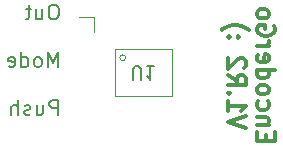
<source format=gbr>
%TF.GenerationSoftware,KiCad,Pcbnew,7.0.2*%
%TF.CreationDate,2023-10-18T18:01:29-04:00*%
%TF.ProjectId,encoder_go_v1_rev2,656e636f-6465-4725-9f67-6f5f76315f72,rev?*%
%TF.SameCoordinates,Original*%
%TF.FileFunction,Legend,Bot*%
%TF.FilePolarity,Positive*%
%FSLAX46Y46*%
G04 Gerber Fmt 4.6, Leading zero omitted, Abs format (unit mm)*
G04 Created by KiCad (PCBNEW 7.0.2) date 2023-10-18 18:01:29*
%MOMM*%
%LPD*%
G01*
G04 APERTURE LIST*
%ADD10C,0.300000*%
%ADD11C,0.200000*%
%ADD12C,0.160000*%
%ADD13C,0.120000*%
G04 APERTURE END LIST*
D10*
X160399285Y-105778354D02*
X160399285Y-105278354D01*
X159613571Y-105064068D02*
X159613571Y-105778354D01*
X159613571Y-105778354D02*
X161113571Y-105778354D01*
X161113571Y-105778354D02*
X161113571Y-105064068D01*
X160613571Y-104421211D02*
X159613571Y-104421211D01*
X160470714Y-104421211D02*
X160542142Y-104349782D01*
X160542142Y-104349782D02*
X160613571Y-104206925D01*
X160613571Y-104206925D02*
X160613571Y-103992639D01*
X160613571Y-103992639D02*
X160542142Y-103849782D01*
X160542142Y-103849782D02*
X160399285Y-103778354D01*
X160399285Y-103778354D02*
X159613571Y-103778354D01*
X159685000Y-102421211D02*
X159613571Y-102564068D01*
X159613571Y-102564068D02*
X159613571Y-102849782D01*
X159613571Y-102849782D02*
X159685000Y-102992639D01*
X159685000Y-102992639D02*
X159756428Y-103064068D01*
X159756428Y-103064068D02*
X159899285Y-103135496D01*
X159899285Y-103135496D02*
X160327857Y-103135496D01*
X160327857Y-103135496D02*
X160470714Y-103064068D01*
X160470714Y-103064068D02*
X160542142Y-102992639D01*
X160542142Y-102992639D02*
X160613571Y-102849782D01*
X160613571Y-102849782D02*
X160613571Y-102564068D01*
X160613571Y-102564068D02*
X160542142Y-102421211D01*
X159613571Y-101564068D02*
X159685000Y-101706925D01*
X159685000Y-101706925D02*
X159756428Y-101778354D01*
X159756428Y-101778354D02*
X159899285Y-101849782D01*
X159899285Y-101849782D02*
X160327857Y-101849782D01*
X160327857Y-101849782D02*
X160470714Y-101778354D01*
X160470714Y-101778354D02*
X160542142Y-101706925D01*
X160542142Y-101706925D02*
X160613571Y-101564068D01*
X160613571Y-101564068D02*
X160613571Y-101349782D01*
X160613571Y-101349782D02*
X160542142Y-101206925D01*
X160542142Y-101206925D02*
X160470714Y-101135497D01*
X160470714Y-101135497D02*
X160327857Y-101064068D01*
X160327857Y-101064068D02*
X159899285Y-101064068D01*
X159899285Y-101064068D02*
X159756428Y-101135497D01*
X159756428Y-101135497D02*
X159685000Y-101206925D01*
X159685000Y-101206925D02*
X159613571Y-101349782D01*
X159613571Y-101349782D02*
X159613571Y-101564068D01*
X159613571Y-99778354D02*
X161113571Y-99778354D01*
X159685000Y-99778354D02*
X159613571Y-99921211D01*
X159613571Y-99921211D02*
X159613571Y-100206925D01*
X159613571Y-100206925D02*
X159685000Y-100349782D01*
X159685000Y-100349782D02*
X159756428Y-100421211D01*
X159756428Y-100421211D02*
X159899285Y-100492639D01*
X159899285Y-100492639D02*
X160327857Y-100492639D01*
X160327857Y-100492639D02*
X160470714Y-100421211D01*
X160470714Y-100421211D02*
X160542142Y-100349782D01*
X160542142Y-100349782D02*
X160613571Y-100206925D01*
X160613571Y-100206925D02*
X160613571Y-99921211D01*
X160613571Y-99921211D02*
X160542142Y-99778354D01*
X159685000Y-98492639D02*
X159613571Y-98635496D01*
X159613571Y-98635496D02*
X159613571Y-98921211D01*
X159613571Y-98921211D02*
X159685000Y-99064068D01*
X159685000Y-99064068D02*
X159827857Y-99135496D01*
X159827857Y-99135496D02*
X160399285Y-99135496D01*
X160399285Y-99135496D02*
X160542142Y-99064068D01*
X160542142Y-99064068D02*
X160613571Y-98921211D01*
X160613571Y-98921211D02*
X160613571Y-98635496D01*
X160613571Y-98635496D02*
X160542142Y-98492639D01*
X160542142Y-98492639D02*
X160399285Y-98421211D01*
X160399285Y-98421211D02*
X160256428Y-98421211D01*
X160256428Y-98421211D02*
X160113571Y-99135496D01*
X159613571Y-97778354D02*
X160613571Y-97778354D01*
X160327857Y-97778354D02*
X160470714Y-97706925D01*
X160470714Y-97706925D02*
X160542142Y-97635497D01*
X160542142Y-97635497D02*
X160613571Y-97492639D01*
X160613571Y-97492639D02*
X160613571Y-97349782D01*
X161042142Y-96064068D02*
X161113571Y-96206926D01*
X161113571Y-96206926D02*
X161113571Y-96421211D01*
X161113571Y-96421211D02*
X161042142Y-96635497D01*
X161042142Y-96635497D02*
X160899285Y-96778354D01*
X160899285Y-96778354D02*
X160756428Y-96849783D01*
X160756428Y-96849783D02*
X160470714Y-96921211D01*
X160470714Y-96921211D02*
X160256428Y-96921211D01*
X160256428Y-96921211D02*
X159970714Y-96849783D01*
X159970714Y-96849783D02*
X159827857Y-96778354D01*
X159827857Y-96778354D02*
X159685000Y-96635497D01*
X159685000Y-96635497D02*
X159613571Y-96421211D01*
X159613571Y-96421211D02*
X159613571Y-96278354D01*
X159613571Y-96278354D02*
X159685000Y-96064068D01*
X159685000Y-96064068D02*
X159756428Y-95992640D01*
X159756428Y-95992640D02*
X160256428Y-95992640D01*
X160256428Y-95992640D02*
X160256428Y-96278354D01*
X159613571Y-95135497D02*
X159685000Y-95278354D01*
X159685000Y-95278354D02*
X159756428Y-95349783D01*
X159756428Y-95349783D02*
X159899285Y-95421211D01*
X159899285Y-95421211D02*
X160327857Y-95421211D01*
X160327857Y-95421211D02*
X160470714Y-95349783D01*
X160470714Y-95349783D02*
X160542142Y-95278354D01*
X160542142Y-95278354D02*
X160613571Y-95135497D01*
X160613571Y-95135497D02*
X160613571Y-94921211D01*
X160613571Y-94921211D02*
X160542142Y-94778354D01*
X160542142Y-94778354D02*
X160470714Y-94706926D01*
X160470714Y-94706926D02*
X160327857Y-94635497D01*
X160327857Y-94635497D02*
X159899285Y-94635497D01*
X159899285Y-94635497D02*
X159756428Y-94706926D01*
X159756428Y-94706926D02*
X159685000Y-94778354D01*
X159685000Y-94778354D02*
X159613571Y-94921211D01*
X159613571Y-94921211D02*
X159613571Y-95135497D01*
X158683571Y-104706924D02*
X157183571Y-104206924D01*
X157183571Y-104206924D02*
X158683571Y-103706924D01*
X157183571Y-102421210D02*
X157183571Y-103278353D01*
X157183571Y-102849782D02*
X158683571Y-102849782D01*
X158683571Y-102849782D02*
X158469285Y-102992639D01*
X158469285Y-102992639D02*
X158326428Y-103135496D01*
X158326428Y-103135496D02*
X158255000Y-103278353D01*
X157326428Y-101778354D02*
X157255000Y-101706925D01*
X157255000Y-101706925D02*
X157183571Y-101778354D01*
X157183571Y-101778354D02*
X157255000Y-101849782D01*
X157255000Y-101849782D02*
X157326428Y-101778354D01*
X157326428Y-101778354D02*
X157183571Y-101778354D01*
X157183571Y-100206925D02*
X157897857Y-100706925D01*
X157183571Y-101064068D02*
X158683571Y-101064068D01*
X158683571Y-101064068D02*
X158683571Y-100492639D01*
X158683571Y-100492639D02*
X158612142Y-100349782D01*
X158612142Y-100349782D02*
X158540714Y-100278353D01*
X158540714Y-100278353D02*
X158397857Y-100206925D01*
X158397857Y-100206925D02*
X158183571Y-100206925D01*
X158183571Y-100206925D02*
X158040714Y-100278353D01*
X158040714Y-100278353D02*
X157969285Y-100349782D01*
X157969285Y-100349782D02*
X157897857Y-100492639D01*
X157897857Y-100492639D02*
X157897857Y-101064068D01*
X158540714Y-99635496D02*
X158612142Y-99564068D01*
X158612142Y-99564068D02*
X158683571Y-99421211D01*
X158683571Y-99421211D02*
X158683571Y-99064068D01*
X158683571Y-99064068D02*
X158612142Y-98921211D01*
X158612142Y-98921211D02*
X158540714Y-98849782D01*
X158540714Y-98849782D02*
X158397857Y-98778353D01*
X158397857Y-98778353D02*
X158255000Y-98778353D01*
X158255000Y-98778353D02*
X158040714Y-98849782D01*
X158040714Y-98849782D02*
X157183571Y-99706925D01*
X157183571Y-99706925D02*
X157183571Y-98778353D01*
X157326428Y-96992640D02*
X157255000Y-96921211D01*
X157255000Y-96921211D02*
X157183571Y-96992640D01*
X157183571Y-96992640D02*
X157255000Y-97064068D01*
X157255000Y-97064068D02*
X157326428Y-96992640D01*
X157326428Y-96992640D02*
X157183571Y-96992640D01*
X158112142Y-96992640D02*
X158040714Y-96921211D01*
X158040714Y-96921211D02*
X157969285Y-96992640D01*
X157969285Y-96992640D02*
X158040714Y-97064068D01*
X158040714Y-97064068D02*
X158112142Y-96992640D01*
X158112142Y-96992640D02*
X157969285Y-96992640D01*
X156612142Y-96421211D02*
X156683571Y-96349782D01*
X156683571Y-96349782D02*
X156897857Y-96206925D01*
X156897857Y-96206925D02*
X157040714Y-96135497D01*
X157040714Y-96135497D02*
X157255000Y-96064068D01*
X157255000Y-96064068D02*
X157612142Y-95992639D01*
X157612142Y-95992639D02*
X157897857Y-95992639D01*
X157897857Y-95992639D02*
X158255000Y-96064068D01*
X158255000Y-96064068D02*
X158469285Y-96135497D01*
X158469285Y-96135497D02*
X158612142Y-96206925D01*
X158612142Y-96206925D02*
X158826428Y-96349782D01*
X158826428Y-96349782D02*
X158897857Y-96421211D01*
D11*
X142511263Y-94243470D02*
X142273168Y-94243470D01*
X142273168Y-94243470D02*
X142154120Y-94302994D01*
X142154120Y-94302994D02*
X142035073Y-94422042D01*
X142035073Y-94422042D02*
X141975549Y-94660137D01*
X141975549Y-94660137D02*
X141975549Y-95076804D01*
X141975549Y-95076804D02*
X142035073Y-95314899D01*
X142035073Y-95314899D02*
X142154120Y-95433947D01*
X142154120Y-95433947D02*
X142273168Y-95493470D01*
X142273168Y-95493470D02*
X142511263Y-95493470D01*
X142511263Y-95493470D02*
X142630311Y-95433947D01*
X142630311Y-95433947D02*
X142749358Y-95314899D01*
X142749358Y-95314899D02*
X142808882Y-95076804D01*
X142808882Y-95076804D02*
X142808882Y-94660137D01*
X142808882Y-94660137D02*
X142749358Y-94422042D01*
X142749358Y-94422042D02*
X142630311Y-94302994D01*
X142630311Y-94302994D02*
X142511263Y-94243470D01*
X140904120Y-94660137D02*
X140904120Y-95493470D01*
X141439834Y-94660137D02*
X141439834Y-95314899D01*
X141439834Y-95314899D02*
X141380311Y-95433947D01*
X141380311Y-95433947D02*
X141261263Y-95493470D01*
X141261263Y-95493470D02*
X141082692Y-95493470D01*
X141082692Y-95493470D02*
X140963644Y-95433947D01*
X140963644Y-95433947D02*
X140904120Y-95374423D01*
X140487454Y-94660137D02*
X140011263Y-94660137D01*
X140308882Y-94243470D02*
X140308882Y-95314899D01*
X140308882Y-95314899D02*
X140249359Y-95433947D01*
X140249359Y-95433947D02*
X140130311Y-95493470D01*
X140130311Y-95493470D02*
X140011263Y-95493470D01*
X142749358Y-99543470D02*
X142749358Y-98293470D01*
X142749358Y-98293470D02*
X142332692Y-99186327D01*
X142332692Y-99186327D02*
X141916025Y-98293470D01*
X141916025Y-98293470D02*
X141916025Y-99543470D01*
X141142216Y-99543470D02*
X141261264Y-99483947D01*
X141261264Y-99483947D02*
X141320787Y-99424423D01*
X141320787Y-99424423D02*
X141380311Y-99305375D01*
X141380311Y-99305375D02*
X141380311Y-98948232D01*
X141380311Y-98948232D02*
X141320787Y-98829185D01*
X141320787Y-98829185D02*
X141261264Y-98769661D01*
X141261264Y-98769661D02*
X141142216Y-98710137D01*
X141142216Y-98710137D02*
X140963645Y-98710137D01*
X140963645Y-98710137D02*
X140844597Y-98769661D01*
X140844597Y-98769661D02*
X140785073Y-98829185D01*
X140785073Y-98829185D02*
X140725549Y-98948232D01*
X140725549Y-98948232D02*
X140725549Y-99305375D01*
X140725549Y-99305375D02*
X140785073Y-99424423D01*
X140785073Y-99424423D02*
X140844597Y-99483947D01*
X140844597Y-99483947D02*
X140963645Y-99543470D01*
X140963645Y-99543470D02*
X141142216Y-99543470D01*
X139654121Y-99543470D02*
X139654121Y-98293470D01*
X139654121Y-99483947D02*
X139773169Y-99543470D01*
X139773169Y-99543470D02*
X140011264Y-99543470D01*
X140011264Y-99543470D02*
X140130312Y-99483947D01*
X140130312Y-99483947D02*
X140189835Y-99424423D01*
X140189835Y-99424423D02*
X140249359Y-99305375D01*
X140249359Y-99305375D02*
X140249359Y-98948232D01*
X140249359Y-98948232D02*
X140189835Y-98829185D01*
X140189835Y-98829185D02*
X140130312Y-98769661D01*
X140130312Y-98769661D02*
X140011264Y-98710137D01*
X140011264Y-98710137D02*
X139773169Y-98710137D01*
X139773169Y-98710137D02*
X139654121Y-98769661D01*
X138582693Y-99483947D02*
X138701741Y-99543470D01*
X138701741Y-99543470D02*
X138939836Y-99543470D01*
X138939836Y-99543470D02*
X139058883Y-99483947D01*
X139058883Y-99483947D02*
X139118407Y-99364899D01*
X139118407Y-99364899D02*
X139118407Y-98888708D01*
X139118407Y-98888708D02*
X139058883Y-98769661D01*
X139058883Y-98769661D02*
X138939836Y-98710137D01*
X138939836Y-98710137D02*
X138701741Y-98710137D01*
X138701741Y-98710137D02*
X138582693Y-98769661D01*
X138582693Y-98769661D02*
X138523169Y-98888708D01*
X138523169Y-98888708D02*
X138523169Y-99007756D01*
X138523169Y-99007756D02*
X139118407Y-99126804D01*
X142749358Y-103593470D02*
X142749358Y-102343470D01*
X142749358Y-102343470D02*
X142273168Y-102343470D01*
X142273168Y-102343470D02*
X142154120Y-102402994D01*
X142154120Y-102402994D02*
X142094597Y-102462518D01*
X142094597Y-102462518D02*
X142035073Y-102581566D01*
X142035073Y-102581566D02*
X142035073Y-102760137D01*
X142035073Y-102760137D02*
X142094597Y-102879185D01*
X142094597Y-102879185D02*
X142154120Y-102938708D01*
X142154120Y-102938708D02*
X142273168Y-102998232D01*
X142273168Y-102998232D02*
X142749358Y-102998232D01*
X140963644Y-102760137D02*
X140963644Y-103593470D01*
X141499358Y-102760137D02*
X141499358Y-103414899D01*
X141499358Y-103414899D02*
X141439835Y-103533947D01*
X141439835Y-103533947D02*
X141320787Y-103593470D01*
X141320787Y-103593470D02*
X141142216Y-103593470D01*
X141142216Y-103593470D02*
X141023168Y-103533947D01*
X141023168Y-103533947D02*
X140963644Y-103474423D01*
X140427930Y-103533947D02*
X140308883Y-103593470D01*
X140308883Y-103593470D02*
X140070787Y-103593470D01*
X140070787Y-103593470D02*
X139951740Y-103533947D01*
X139951740Y-103533947D02*
X139892216Y-103414899D01*
X139892216Y-103414899D02*
X139892216Y-103355375D01*
X139892216Y-103355375D02*
X139951740Y-103236327D01*
X139951740Y-103236327D02*
X140070787Y-103176804D01*
X140070787Y-103176804D02*
X140249359Y-103176804D01*
X140249359Y-103176804D02*
X140368406Y-103117280D01*
X140368406Y-103117280D02*
X140427930Y-102998232D01*
X140427930Y-102998232D02*
X140427930Y-102938708D01*
X140427930Y-102938708D02*
X140368406Y-102819661D01*
X140368406Y-102819661D02*
X140249359Y-102760137D01*
X140249359Y-102760137D02*
X140070787Y-102760137D01*
X140070787Y-102760137D02*
X139951740Y-102819661D01*
X139356501Y-103593470D02*
X139356501Y-102343470D01*
X138820787Y-103593470D02*
X138820787Y-102938708D01*
X138820787Y-102938708D02*
X138880311Y-102819661D01*
X138880311Y-102819661D02*
X138999359Y-102760137D01*
X138999359Y-102760137D02*
X139177930Y-102760137D01*
X139177930Y-102760137D02*
X139296978Y-102819661D01*
X139296978Y-102819661D02*
X139356501Y-102879185D01*
D12*
%TO.C,U1*%
X149107809Y-100625988D02*
X149107809Y-99695035D01*
X149107809Y-99695035D02*
X149162571Y-99585511D01*
X149162571Y-99585511D02*
X149217333Y-99530750D01*
X149217333Y-99530750D02*
X149326857Y-99475988D01*
X149326857Y-99475988D02*
X149545904Y-99475988D01*
X149545904Y-99475988D02*
X149655428Y-99530750D01*
X149655428Y-99530750D02*
X149710190Y-99585511D01*
X149710190Y-99585511D02*
X149764952Y-99695035D01*
X149764952Y-99695035D02*
X149764952Y-100625988D01*
X150914952Y-99475988D02*
X150257809Y-99475988D01*
X150586381Y-99475988D02*
X150586381Y-100625988D01*
X150586381Y-100625988D02*
X150476857Y-100461702D01*
X150476857Y-100461702D02*
X150367333Y-100352178D01*
X150367333Y-100352178D02*
X150257809Y-100297416D01*
D13*
X147600000Y-101950000D02*
X152400000Y-101950000D01*
X152400000Y-101950000D02*
X152400000Y-98050000D01*
X152400000Y-98050000D02*
X147600000Y-98050000D01*
X147600000Y-98050000D02*
X147600000Y-101950000D01*
X148486856Y-98751150D02*
G75*
G03*
X148486856Y-98751150I-247544J0D01*
G01*
%TO.C,J2*%
X145773000Y-96531999D02*
X145773000Y-95261999D01*
X145773000Y-95261999D02*
X144503000Y-95261999D01*
%TD*%
M02*

</source>
